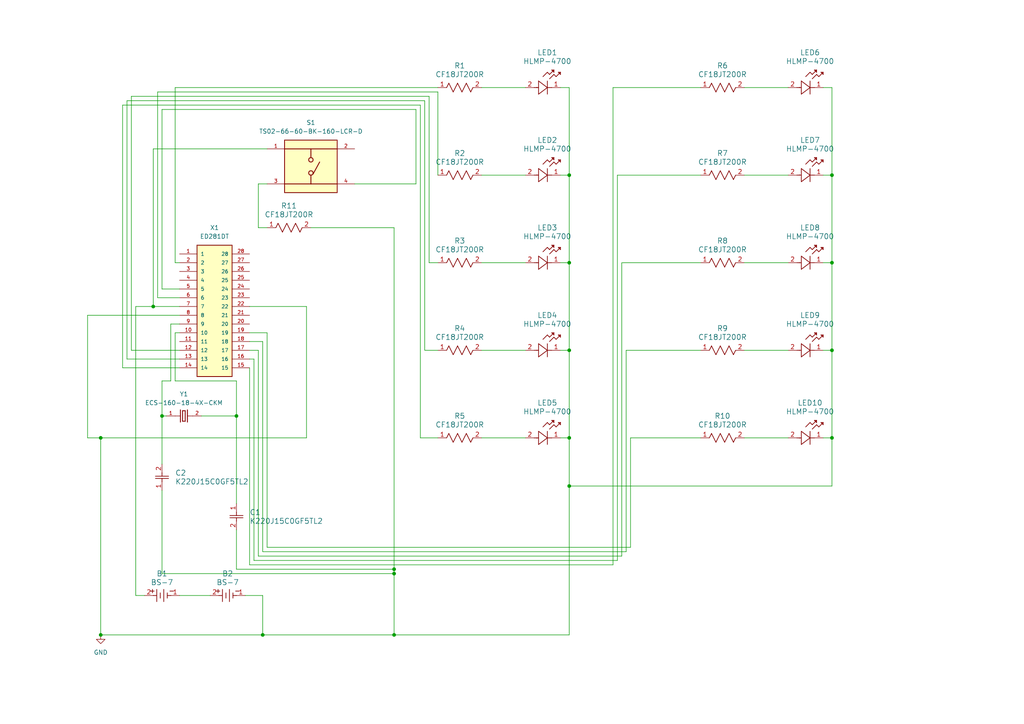
<source format=kicad_sch>
(kicad_sch (version 20230121) (generator eeschema)
  (paper "A4")
  (title_block (title "ATMegaSpin") (date "2023-11-15") (rev "1") (company "MushuDG-Electronic"))
  (lib_symbols
    (symbol "2023-11-14_15-01-25:HLMP-4700" (pin_names (offset 0.254))
      (property "Reference" "LED" (at 5.08 -4.445 0))
      (property "Value" "HLMP-4700" (at 5.08 -7.62 0))
      (symbol "HLMP-4700_1_1"
        (polyline (pts (xy 2.54 0) (xy 3.4798 0)) (stroke (width 0.2032)))
        (polyline (pts (xy 3.175 0) (xy 3.81 0)) (stroke (width 0.2032)))
        (polyline (pts (xy 3.81 -1.905) (xy 6.35 0)) (stroke (width 0.2032)))
        (polyline (pts (xy 3.81 1.905) (xy 3.81 -1.905)) (stroke (width 0.2032)))
        (polyline (pts (xy 5.08 3.175) (xy 6.35 4.445)) (stroke (width 0.2032)))
        (polyline (pts (xy 6.35 -1.905) (xy 6.35 1.905)) (stroke (width 0.2032)))
        (polyline (pts (xy 6.35 0) (xy 3.81 1.905)) (stroke (width 0.2032)))
        (polyline (pts (xy 6.35 0) (xy 7.62 0)) (stroke (width 0.2032)))
        (polyline (pts (xy 6.35 4.445) (xy 6.985 3.81)) (stroke (width 0.2032)))
        (polyline (pts (xy 6.985 2.54) (xy 8.255 3.81)) (stroke (width 0.2032)))
        (polyline (pts (xy 6.985 3.81) (xy 8.255 5.08)) (stroke (width 0.2032)))
        (polyline (pts (xy 7.62 5.08) (xy 8.255 4.445)) (stroke (width 0.2032)))
        (polyline (pts (xy 8.255 3.81) (xy 8.89 3.175)) (stroke (width 0.2032)))
        (polyline (pts (xy 8.255 4.445) (xy 8.255 5.08)) (stroke (width 0.2032)))
        (polyline (pts (xy 8.255 5.08) (xy 7.62 5.08)) (stroke (width 0.2032)))
        (polyline (pts (xy 8.89 3.175) (xy 10.16 4.445)) (stroke (width 0.2032)))
        (polyline (pts (xy 9.525 4.445) (xy 10.16 3.81)) (stroke (width 0.2032)))
        (polyline (pts (xy 10.16 3.81) (xy 10.16 4.445)) (stroke (width 0.2032)))
        (polyline (pts (xy 10.16 4.445) (xy 9.525 4.445)) (stroke (width 0.2032)))
        (pin unspecified line (at 10.16 0 180) (length 2.54) (name "") (number "1"))
        (pin unspecified line (at 0 0 0) (length 2.54) (name "") (number "2"))
      )
      (symbol "HLMP-4700_1_2"
        (polyline (pts (xy -5.08 7.62) (xy -4.445 8.255)) (stroke (width 0.2032)))
        (polyline (pts (xy -5.08 8.255) (xy -5.08 7.62)) (stroke (width 0.2032)))
        (polyline (pts (xy -4.445 6.35) (xy -3.81 6.985)) (stroke (width 0.2032)))
        (polyline (pts (xy -4.445 8.255) (xy -5.08 8.255)) (stroke (width 0.2032)))
        (polyline (pts (xy -4.445 9.525) (xy -3.81 10.16)) (stroke (width 0.2032)))
        (polyline (pts (xy -4.445 10.16) (xy -4.445 9.525)) (stroke (width 0.2032)))
        (polyline (pts (xy -3.81 6.985) (xy -5.08 8.255)) (stroke (width 0.2032)))
        (polyline (pts (xy -3.81 8.255) (xy -3.175 8.89)) (stroke (width 0.2032)))
        (polyline (pts (xy -3.81 10.16) (xy -4.445 10.16)) (stroke (width 0.2032)))
        (polyline (pts (xy -3.175 5.08) (xy -4.445 6.35)) (stroke (width 0.2032)))
        (polyline (pts (xy -3.175 8.89) (xy -4.445 10.16)) (stroke (width 0.2032)))
        (polyline (pts (xy -2.54 6.985) (xy -3.81 8.255)) (stroke (width 0.2032)))
        (polyline (pts (xy -1.905 3.81) (xy 1.905 3.81)) (stroke (width 0.2032)))
        (polyline (pts (xy 0 2.54) (xy 0 3.4798)) (stroke (width 0.2032)))
        (polyline (pts (xy 0 3.175) (xy 0 3.81)) (stroke (width 0.2032)))
        (polyline (pts (xy 0 6.35) (xy -1.905 3.81)) (stroke (width 0.2032)))
        (polyline (pts (xy 0 6.35) (xy 0 7.62)) (stroke (width 0.2032)))
        (polyline (pts (xy 1.905 3.81) (xy 0 6.35)) (stroke (width 0.2032)))
        (polyline (pts (xy 1.905 6.35) (xy -1.905 6.35)) (stroke (width 0.2032)))
        (pin unspecified line (at 0 10.16 270) (length 2.54) (name "") (number "1"))
        (pin unspecified line (at 0 0 90) (length 2.54) (name "") (number "2"))
      )
    )
    (symbol "BS_7:BS-7" (pin_names (offset 0.254))
      (property "Reference" "B" (at 4.826 3.81 0))
      (property "Value" "BS-7" (at 4.826 -3.81 0))
      (symbol "BS-7_0_1"
        (polyline (pts (xy 1.778 1.27) (xy 2.794 1.27)) (stroke (width 0.2032)))
        (polyline (pts (xy 2.286 0.762) (xy 2.286 1.778)) (stroke (width 0.2032)))
        (polyline (pts (xy 2.54 0) (xy 3.4798 0)) (stroke (width 0.2032)))
        (polyline (pts (xy 3.556 -1.778) (xy 3.556 1.778)) (stroke (width 0.2032)))
        (polyline (pts (xy 4.572 0.762) (xy 4.572 -0.762)) (stroke (width 0.2032)))
        (polyline (pts (xy 5.588 -1.778) (xy 5.588 1.778)) (stroke (width 0.2032)))
        (polyline (pts (xy 6.604 0) (xy 7.62 0)) (stroke (width 0.2032)))
        (polyline (pts (xy 6.604 0.762) (xy 6.604 -0.762)) (stroke (width 0.2032)))
        (polyline (pts (xy 7.366 1.27) (xy 8.382 1.27)) (stroke (width 0.2032)))
        (pin unspecified line (at 10.16 0 180) (length 2.54) (name "") (number "1"))
        (pin unspecified line (at 0 0 0) (length 2.54) (name "") (number "2"))
      )
    )
    (symbol "CF18JT200R:CF18JT200R" (pin_names (offset 0.254))
      (property "Reference" "R" (at 5.715 3.81 0))
      (property "Value" "CF18JT200R" (at 6.35 -3.81 0))
      (symbol "CF18JT200R_1_1"
        (polyline (pts (xy 2.54 0) (xy 3.175 1.27)) (stroke (width 0.2032)))
        (polyline (pts (xy 3.175 1.27) (xy 4.445 -1.27)) (stroke (width 0.2032)))
        (polyline (pts (xy 4.445 -1.27) (xy 5.715 1.27)) (stroke (width 0.2032)))
        (polyline (pts (xy 5.715 1.27) (xy 6.985 -1.27)) (stroke (width 0.2032)))
        (polyline (pts (xy 6.985 -1.27) (xy 8.255 1.27)) (stroke (width 0.2032)))
        (polyline (pts (xy 8.255 1.27) (xy 9.525 -1.27)) (stroke (width 0.2032)))
        (polyline (pts (xy 9.525 -1.27) (xy 10.16 0)) (stroke (width 0.2032)))
        (pin unspecified line (at 0 0 0) (length 2.54) (name "") (number "1"))
        (pin unspecified line (at 12.7 0 180) (length 2.54) (name "") (number "2"))
      )
      (symbol "CF18JT200R_1_2"
        (polyline (pts (xy -1.27 3.175) (xy 1.27 4.445)) (stroke (width 0.2032)))
        (polyline (pts (xy -1.27 5.715) (xy 1.27 6.985)) (stroke (width 0.2032)))
        (polyline (pts (xy -1.27 8.255) (xy 1.27 9.525)) (stroke (width 0.2032)))
        (polyline (pts (xy 0 2.54) (xy -1.27 3.175)) (stroke (width 0.2032)))
        (polyline (pts (xy 1.27 4.445) (xy -1.27 5.715)) (stroke (width 0.2032)))
        (polyline (pts (xy 1.27 6.985) (xy -1.27 8.255)) (stroke (width 0.2032)))
        (polyline (pts (xy 1.27 9.525) (xy 0 10.16)) (stroke (width 0.2032)))
        (pin unspecified line (at 0 12.7 270) (length 2.54) (name "") (number "1"))
        (pin unspecified line (at 0 0 90) (length 2.54) (name "") (number "2"))
      )
    )
    (symbol "ECS-160-18-4X-CKM:ECS-160-18-4X-CKM" (pin_names (offset 1.016))
      (property "Reference" "Y" (at -4.5769 2.2885 0))
      (property "Value" "ECS-160-18-4X-CKM" (at -4.323 -4.5773 0))
      (symbol "ECS-160-18-4X-CKM_0_0"
        (polyline (pts (xy -2.54 0) (xy -1.016 0)) (stroke (width 0.1524)))
        (polyline (pts (xy -1.016 1.778) (xy -1.016 -1.778)) (stroke (width 0.254)))
        (polyline (pts (xy -0.381 -1.524) (xy 0.381 -1.524)) (stroke (width 0.254)))
        (polyline (pts (xy -0.381 1.524) (xy -0.381 -1.524)) (stroke (width 0.254)))
        (polyline (pts (xy 0.381 -1.524) (xy 0.381 1.524)) (stroke (width 0.254)))
        (polyline (pts (xy 0.381 1.524) (xy -0.381 1.524)) (stroke (width 0.254)))
        (polyline (pts (xy 1.016 0) (xy 2.54 0)) (stroke (width 0.1524)))
        (polyline (pts (xy 1.016 1.778) (xy 1.016 -1.778)) (stroke (width 0.254)))
        (pin passive line (at -5.08 0 0) (length 2.54) (name "~") (number "1"))
        (pin passive line (at 5.08 0 180) (length 2.54) (name "~") (number "2"))
      )
    )
    (symbol "ED281DT:ED281DT" (pin_names (offset 1.016))
      (property "Reference" "X" (at -5.08 17.78 0))
      (property "Value" "ED281DT" (at -5.08 -22.86 0))
      (symbol "ED281DT_0_0"
        (rectangle (start -5.08 -20.32) (end 5.08 17.78) (stroke (width 0.254)) (fill (type background)))
        (pin passive line (at -10.16 15.24 0) (length 5.08) (name "1") (number "1"))
        (pin passive line (at -10.16 -7.62 0) (length 5.08) (name "10") (number "10"))
        (pin passive line (at -10.16 -10.16 0) (length 5.08) (name "11") (number "11"))
        (pin passive line (at -10.16 -12.7 0) (length 5.08) (name "12") (number "12"))
        (pin passive line (at -10.16 -15.24 0) (length 5.08) (name "13") (number "13"))
        (pin passive line (at -10.16 -17.78 0) (length 5.08) (name "14") (number "14"))
        (pin passive line (at 10.16 -17.78 180) (length 5.08) (name "15") (number "15"))
        (pin passive line (at 10.16 -15.24 180) (length 5.08) (name "16") (number "16"))
        (pin passive line (at 10.16 -12.7 180) (length 5.08) (name "17") (number "17"))
        (pin passive line (at 10.16 -10.16 180) (length 5.08) (name "18") (number "18"))
        (pin passive line (at 10.16 -7.62 180) (length 5.08) (name "19") (number "19"))
        (pin passive line (at -10.16 12.7 0) (length 5.08) (name "2") (number "2"))
        (pin passive line (at 10.16 -5.08 180) (length 5.08) (name "20") (number "20"))
        (pin passive line (at 10.16 -2.54 180) (length 5.08) (name "21") (number "21"))
        (pin passive line (at 10.16 0 180) (length 5.08) (name "22") (number "22"))
        (pin passive line (at 10.16 2.54 180) (length 5.08) (name "23") (number "23"))
        (pin passive line (at 10.16 5.08 180) (length 5.08) (name "24") (number "24"))
        (pin passive line (at 10.16 7.62 180) (length 5.08) (name "25") (number "25"))
        (pin passive line (at 10.16 10.16 180) (length 5.08) (name "26") (number "26"))
        (pin passive line (at 10.16 12.7 180) (length 5.08) (name "27") (number "27"))
        (pin passive line (at 10.16 15.24 180) (length 5.08) (name "28") (number "28"))
        (pin passive line (at -10.16 10.16 0) (length 5.08) (name "3") (number "3"))
        (pin passive line (at -10.16 7.62 0) (length 5.08) (name "4") (number "4"))
        (pin passive line (at -10.16 5.08 0) (length 5.08) (name "5") (number "5"))
        (pin passive line (at -10.16 2.54 0) (length 5.08) (name "6") (number "6"))
        (pin passive line (at -10.16 0 0) (length 5.08) (name "7") (number "7"))
        (pin passive line (at -10.16 -2.54 0) (length 5.08) (name "8") (number "8"))
        (pin passive line (at -10.16 -5.08 0) (length 5.08) (name "9") (number "9"))
      )
    )
    (symbol "K220J15C0GF5TL2:K220J15C0GF5TL2" (pin_names (offset 0.254))
      (property "Reference" "C" (at 3.81 3.81 0))
      (property "Value" "K220J15C0GF5TL2" (at 3.81 -3.81 0))
      (symbol "K220J15C0GF5TL2_1_1"
        (polyline (pts (xy 2.54 0) (xy 3.4798 0)) (stroke (width 0.2032)))
        (polyline (pts (xy 3.4798 -1.905) (xy 3.4798 1.905)) (stroke (width 0.2032)))
        (polyline (pts (xy 4.1148 -1.905) (xy 4.1148 1.905)) (stroke (width 0.2032)))
        (polyline (pts (xy 4.1148 0) (xy 5.08 0)) (stroke (width 0.2032)))
        (pin unspecified line (at 0 0 0) (length 2.54) (name "") (number "1"))
        (pin unspecified line (at 7.62 0 180) (length 2.54) (name "") (number "2"))
      )
      (symbol "K220J15C0GF5TL2_1_2"
        (polyline (pts (xy -1.905 -4.1148) (xy 1.905 -4.1148)) (stroke (width 0.2032)))
        (polyline (pts (xy -1.905 -3.4798) (xy 1.905 -3.4798)) (stroke (width 0.2032)))
        (polyline (pts (xy 0 -4.1148) (xy 0 -5.08)) (stroke (width 0.2032)))
        (polyline (pts (xy 0 -2.54) (xy 0 -3.4798)) (stroke (width 0.2032)))
        (pin unspecified line (at 0 0 270) (length 2.54) (name "") (number "1"))
        (pin unspecified line (at 0 -7.62 90) (length 2.54) (name "") (number "2"))
      )
    )
    (symbol "TS02-66-60-BK-160-LCR-D:TS02-66-60-BK-160-LCR-D" (pin_names (offset 1.016))
      (property "Reference" "S" (at -7.62 8.382 0))
      (property "Value" "TS02-66-60-BK-160-LCR-D" (at -7.62 -8.382 0))
      (symbol "TS02-66-60-BK-160-LCR-D_0_0"
        (rectangle (start -7.62 -7.62) (end 7.62 7.62) (stroke (width 0.254)) (fill (type background)))
        (circle (center 0 -1.905) (radius 0.635) (stroke (width 0.254)))
        (polyline (pts (xy 0 -5.08) (xy -7.62 -5.08)) (stroke (width 0.254)))
        (polyline (pts (xy 0 -5.08) (xy 7.62 -5.08)) (stroke (width 0.254)))
        (polyline (pts (xy 0 -2.54) (xy 0 -5.08)) (stroke (width 0.254)))
        (polyline (pts (xy 0 5.08) (xy -7.62 5.08)) (stroke (width 0.254)))
        (polyline (pts (xy 0 5.08) (xy 0 2.54)) (stroke (width 0.254)))
        (polyline (pts (xy 0 5.08) (xy 7.62 5.08)) (stroke (width 0.254)))
        (polyline (pts (xy 0.635 -2.2225) (xy 2.54 1.27)) (stroke (width 0.254)))
        (circle (center 0 1.905) (radius 0.635) (stroke (width 0.254)))
        (pin passive line (at -12.7 5.08 0) (length 5.08) (name "~") (number "1"))
        (pin passive line (at 12.7 5.08 180) (length 5.08) (name "~") (number "2"))
        (pin passive line (at -12.7 -5.08 0) (length 5.08) (name "~") (number "3"))
        (pin passive line (at 12.7 -5.08 180) (length 5.08) (name "~") (number "4"))
      )
    )
    (symbol "power:GND" (power) (pin_names (offset 0))
      (property "Value" "GND" (at 0 -3.81 0))
      (symbol "GND_0_1"
        (polyline (pts (xy 0 0) (xy 0 -1.27) (xy 1.27 -1.27) (xy 0 -2.54) (xy -1.27 -1.27) (xy 0 -1.27)))
      )
      (symbol "GND_1_1"
        (pin power_in line (at 0 0 270) (length 0) hide (name "GND") (number "1"))
      )
    )
  )
  (junction (at 114.3 166.37))
  (junction (at 165.1 140.97))
  (junction (at 29.21 127))
  (junction (at 241.3 101.6))
  (junction (at 114.3 165.1))
  (junction (at 76.2 184.15))
  (junction (at 114.3 184.15))
  (junction (at 241.3 50.8))
  (junction (at 241.3 76.2))
  (junction (at 165.1 101.6))
  (junction (at 165.1 50.8))
  (junction (at 46.99 120.65))
  (junction (at 29.21 184.15))
  (junction (at 241.3 127))
  (junction (at 165.1 76.2))
  (junction (at 68.58 120.65))
  (junction (at 44.45 88.9))
  (junction (at 165.1 127))
  (wire (pts (xy 73.66 162.56) (xy 179.07 162.56)))
  (wire (pts (xy 162.56 127) (xy 165.1 127)))
  (wire (pts (xy 238.76 50.8) (xy 241.3 50.8)))
  (wire (pts (xy 46.99 166.37) (xy 114.3 166.37)))
  (wire (pts (xy 48.26 120.65) (xy 46.99 120.65)))
  (wire (pts (xy 38.1 101.6) (xy 38.1 27.94)))
  (wire (pts (xy 76.2 99.06) (xy 76.2 160.02)))
  (wire (pts (xy 52.07 83.82) (xy 46.99 83.82)))
  (wire (pts (xy 45.72 26.67) (xy 45.72 86.36)))
  (wire (pts (xy 238.76 25.4) (xy 241.3 25.4)))
  (wire (pts (xy 139.7 25.4) (xy 152.4 25.4)))
  (wire (pts (xy 77.47 96.52) (xy 77.47 158.75)))
  (wire (pts (xy 182.88 158.75) (xy 182.88 127)))
  (wire (pts (xy 123.19 29.21) (xy 123.19 101.6)))
  (wire (pts (xy 139.7 101.6) (xy 152.4 101.6)))
  (wire (pts (xy 124.46 76.2) (xy 127 76.2)))
  (wire (pts (xy 52.07 93.98) (xy 49.53 93.98)))
  (wire (pts (xy 36.83 29.21) (xy 123.19 29.21)))
  (wire (pts (xy 74.93 53.34) (xy 74.93 66.04)))
  (wire (pts (xy 88.9 127) (xy 29.21 127)))
  (wire (pts (xy 29.21 127) (xy 29.21 184.15)))
  (wire (pts (xy 165.1 25.4) (xy 165.1 50.8)))
  (wire (pts (xy 114.3 165.1) (xy 114.3 166.37)))
  (wire (pts (xy 77.47 158.75) (xy 182.88 158.75)))
  (wire (pts (xy 124.46 27.94) (xy 124.46 76.2)))
  (wire (pts (xy 181.61 101.6) (xy 203.2 101.6)))
  (wire (pts (xy 165.1 50.8) (xy 165.1 76.2)))
  (wire (pts (xy 68.58 120.65) (xy 68.58 146.05)))
  (wire (pts (xy 76.2 172.72) (xy 76.2 184.15)))
  (wire (pts (xy 72.39 104.14) (xy 73.66 104.14)))
  (wire (pts (xy 182.88 127) (xy 203.2 127)))
  (wire (pts (xy 114.3 184.15) (xy 76.2 184.15)))
  (wire (pts (xy 180.34 76.2) (xy 203.2 76.2)))
  (wire (pts (xy 44.45 88.9) (xy 39.37 88.9)))
  (wire (pts (xy 72.39 99.06) (xy 76.2 99.06)))
  (wire (pts (xy 139.7 76.2) (xy 152.4 76.2)))
  (wire (pts (xy 215.9 25.4) (xy 228.6 25.4)))
  (wire (pts (xy 180.34 161.29) (xy 180.34 76.2)))
  (wire (pts (xy 165.1 127) (xy 165.1 101.6)))
  (wire (pts (xy 165.1 140.97) (xy 165.1 184.15)))
  (wire (pts (xy 241.3 127) (xy 241.3 140.97)))
  (wire (pts (xy 45.72 26.67) (xy 127 26.67)))
  (wire (pts (xy 46.99 110.49) (xy 46.99 120.65)))
  (wire (pts (xy 38.1 27.94) (xy 124.46 27.94)))
  (wire (pts (xy 25.4 127) (xy 25.4 91.44)))
  (wire (pts (xy 74.93 161.29) (xy 180.34 161.29)))
  (wire (pts (xy 29.21 127) (xy 25.4 127)))
  (wire (pts (xy 177.8 163.83) (xy 177.8 25.4)))
  (wire (pts (xy 139.7 127) (xy 152.4 127)))
  (wire (pts (xy 120.65 53.34) (xy 102.87 53.34)))
  (wire (pts (xy 46.99 142.24) (xy 46.99 166.37)))
  (wire (pts (xy 52.07 104.14) (xy 36.83 104.14)))
  (wire (pts (xy 215.9 127) (xy 228.6 127)))
  (wire (pts (xy 114.3 66.04) (xy 114.3 165.1)))
  (wire (pts (xy 50.8 96.52) (xy 50.8 110.49)))
  (wire (pts (xy 114.3 166.37) (xy 114.3 184.15)))
  (wire (pts (xy 121.92 30.48) (xy 121.92 127)))
  (wire (pts (xy 49.53 110.49) (xy 46.99 110.49)))
  (wire (pts (xy 44.45 88.9) (xy 44.45 43.18)))
  (wire (pts (xy 127 26.67) (xy 127 50.8)))
  (wire (pts (xy 162.56 101.6) (xy 165.1 101.6)))
  (wire (pts (xy 76.2 184.15) (xy 29.21 184.15)))
  (wire (pts (xy 58.42 120.65) (xy 68.58 120.65)))
  (wire (pts (xy 50.8 110.49) (xy 68.58 110.49)))
  (wire (pts (xy 179.07 50.8) (xy 203.2 50.8)))
  (wire (pts (xy 215.9 101.6) (xy 228.6 101.6)))
  (wire (pts (xy 35.56 106.68) (xy 35.56 30.48)))
  (wire (pts (xy 120.65 31.75) (xy 120.65 53.34)))
  (wire (pts (xy 238.76 101.6) (xy 241.3 101.6)))
  (wire (pts (xy 52.07 101.6) (xy 38.1 101.6)))
  (wire (pts (xy 25.4 91.44) (xy 52.07 91.44)))
  (wire (pts (xy 238.76 127) (xy 241.3 127)))
  (wire (pts (xy 46.99 120.65) (xy 46.99 134.62)))
  (wire (pts (xy 121.92 127) (xy 127 127)))
  (wire (pts (xy 72.39 96.52) (xy 77.47 96.52)))
  (wire (pts (xy 165.1 101.6) (xy 165.1 76.2)))
  (wire (pts (xy 44.45 43.18) (xy 77.47 43.18)))
  (wire (pts (xy 50.8 25.4) (xy 127 25.4)))
  (wire (pts (xy 52.07 172.72) (xy 60.96 172.72)))
  (wire (pts (xy 241.3 25.4) (xy 241.3 50.8)))
  (wire (pts (xy 71.12 172.72) (xy 76.2 172.72)))
  (wire (pts (xy 177.8 25.4) (xy 203.2 25.4)))
  (wire (pts (xy 241.3 50.8) (xy 241.3 76.2)))
  (wire (pts (xy 139.7 50.8) (xy 152.4 50.8)))
  (wire (pts (xy 52.07 88.9) (xy 44.45 88.9)))
  (wire (pts (xy 68.58 153.67) (xy 68.58 165.1)))
  (wire (pts (xy 72.39 101.6) (xy 74.93 101.6)))
  (wire (pts (xy 35.56 30.48) (xy 121.92 30.48)))
  (wire (pts (xy 74.93 101.6) (xy 74.93 161.29)))
  (wire (pts (xy 68.58 110.49) (xy 68.58 120.65)))
  (wire (pts (xy 68.58 165.1) (xy 114.3 165.1)))
  (wire (pts (xy 241.3 76.2) (xy 241.3 101.6)))
  (wire (pts (xy 77.47 53.34) (xy 74.93 53.34)))
  (wire (pts (xy 215.9 50.8) (xy 228.6 50.8)))
  (wire (pts (xy 90.17 66.04) (xy 114.3 66.04)))
  (wire (pts (xy 36.83 104.14) (xy 36.83 29.21)))
  (wire (pts (xy 52.07 106.68) (xy 35.56 106.68)))
  (wire (pts (xy 39.37 172.72) (xy 41.91 172.72)))
  (wire (pts (xy 162.56 25.4) (xy 165.1 25.4)))
  (wire (pts (xy 123.19 101.6) (xy 127 101.6)))
  (wire (pts (xy 76.2 160.02) (xy 181.61 160.02)))
  (wire (pts (xy 72.39 106.68) (xy 72.39 163.83)))
  (wire (pts (xy 162.56 76.2) (xy 165.1 76.2)))
  (wire (pts (xy 179.07 162.56) (xy 179.07 50.8)))
  (wire (pts (xy 52.07 86.36) (xy 45.72 86.36)))
  (wire (pts (xy 52.07 76.2) (xy 50.8 76.2)))
  (wire (pts (xy 72.39 88.9) (xy 88.9 88.9)))
  (wire (pts (xy 46.99 31.75) (xy 120.65 31.75)))
  (wire (pts (xy 181.61 160.02) (xy 181.61 101.6)))
  (wire (pts (xy 241.3 127) (xy 241.3 101.6)))
  (wire (pts (xy 49.53 93.98) (xy 49.53 110.49)))
  (wire (pts (xy 72.39 163.83) (xy 177.8 163.83)))
  (wire (pts (xy 165.1 184.15) (xy 114.3 184.15)))
  (wire (pts (xy 46.99 83.82) (xy 46.99 31.75)))
  (wire (pts (xy 162.56 50.8) (xy 165.1 50.8)))
  (wire (pts (xy 165.1 127) (xy 165.1 140.97)))
  (wire (pts (xy 50.8 25.4) (xy 50.8 76.2)))
  (wire (pts (xy 238.76 76.2) (xy 241.3 76.2)))
  (wire (pts (xy 52.07 96.52) (xy 50.8 96.52)))
  (wire (pts (xy 74.93 66.04) (xy 77.47 66.04)))
  (wire (pts (xy 165.1 140.97) (xy 241.3 140.97)))
  (wire (pts (xy 39.37 88.9) (xy 39.37 172.72)))
  (wire (pts (xy 88.9 88.9) (xy 88.9 127)))
  (wire (pts (xy 215.9 76.2) (xy 228.6 76.2)))
  (wire (pts (xy 73.66 104.14) (xy 73.66 162.56)))
  (symbol (lib_id "CF18JT200R:CF18JT200R") (at 203.2 127 0) (unit 1)
    (property "Reference" "R10" (at 209.55 120.65 0) (effects (font (size 1.524 1.524))))
    (property "Value" "CF18JT200R" (at 209.55 123.19 0) (effects (font (size 1.524 1.524))))
    (property "Footprint" "CF18JT200R:STA_CF18_STP" (effects hide))
    (property "Datasheet" "CF18JT200R" (effects hide))
  )
  (symbol (lib_id "2023-11-14_15-01-25:HLMP-4700") (at 152.4 50.8 0) (unit 1)
    (property "Reference" "LED2" (at 158.75 40.64 0) (effects (font (size 1.524 1.524))))
    (property "Value" "HLMP-4700" (at 158.75 43.18 0) (effects (font (size 1.524 1.524))))
    (property "Footprint" "HLMP_4700:LED_HLMP-47XX_BRA" (effects hide))
    (property "Datasheet" "HLMP-4700" (effects hide))
  )
  (symbol (lib_id "2023-11-14_15-01-25:HLMP-4700") (at 228.6 50.8 0) (unit 1)
    (property "Reference" "LED7" (at 234.95 40.64 0) (effects (font (size 1.524 1.524))))
    (property "Value" "HLMP-4700" (at 234.95 43.18 0) (effects (font (size 1.524 1.524))))
    (property "Footprint" "HLMP_4700:LED_HLMP-47XX_BRA" (effects hide))
    (property "Datasheet" "HLMP-4700" (effects hide))
  )
  (symbol (lib_id "2023-11-14_15-01-25:HLMP-4700") (at 152.4 127 0) (unit 1)
    (property "Reference" "LED5" (at 158.75 116.84 0) (effects (font (size 1.524 1.524))))
    (property "Value" "HLMP-4700" (at 158.75 119.38 0) (effects (font (size 1.524 1.524))))
    (property "Footprint" "HLMP_4700:LED_HLMP-47XX_BRA" (effects hide))
    (property "Datasheet" "HLMP-4700" (effects hide))
  )
  (symbol (lib_id "ED281DT:ED281DT") (at 62.23 88.9 0) (unit 1)
    (property "Reference" "X1" (at 62.23 66.04 0))
    (property "Value" "ED281DT" (at 62.23 68.58 0))
    (property "Footprint" "ED2181DT:OST_ED281DT" (effects hide))
    (property "PARTREV" "D" (effects hide))
    (property "MANUFACTURER" "ON-SHORE TECHNOLOGY,INC" (effects hide))
    (property "STANDARD" "Manufacturer Recommendations" (effects hide))
  )
  (symbol (lib_id "BS_7:BS-7") (at 60.96 172.72 0) (unit 1)
    (property "Reference" "B2" (at 66.04 166.37 0) (effects (font (size 1.524 1.524))))
    (property "Value" "BS-7" (at 66.04 168.91 0) (effects (font (size 1.524 1.524))))
    (property "Footprint" "BS_7:BS-7_MPD" (effects hide))
    (property "Datasheet" "BS-7" (effects hide))
  )
  (symbol (lib_id "power:GND") (at 29.21 184.15 0) (unit 1)
    (property "Reference" "#PWR01" (effects hide))
    (property "Value" "GND" (at 29.21 189.23 0))
  )
  (symbol (lib_id "K220J15C0GF5TL2:K220J15C0GF5TL2") (at 68.58 146.05 270) (unit 1)
    (property "Reference" "C1" (at 72.39 148.59 90) (effects (font (size 1.524 1.524)) (justify left)))
    (property "Value" "K220J15C0GF5TL2" (at 72.39 151.13 90) (effects (font (size 1.524 1.524)) (justify left)))
    (property "Footprint" "K220J15C0GF5TL2:CAP_K-SERIES_15-L2_VIS" (effects hide))
    (property "Datasheet" "K220J15C0GF5TL2" (effects hide))
  )
  (symbol (lib_id "CF18JT200R:CF18JT200R") (at 127 76.2 0) (unit 1)
    (property "Reference" "R3" (at 133.35 69.85 0) (effects (font (size 1.524 1.524))))
    (property "Value" "CF18JT200R" (at 133.35 72.39 0) (effects (font (size 1.524 1.524))))
    (property "Footprint" "CF18JT200R:STA_CF18_STP" (effects hide))
    (property "Datasheet" "CF18JT200R" (effects hide))
  )
  (symbol (lib_id "2023-11-14_15-01-25:HLMP-4700") (at 228.6 101.6 0) (unit 1)
    (property "Reference" "LED9" (at 234.95 91.44 0) (effects (font (size 1.524 1.524))))
    (property "Value" "HLMP-4700" (at 234.95 93.98 0) (effects (font (size 1.524 1.524))))
    (property "Footprint" "HLMP_4700:LED_HLMP-47XX_BRA" (effects hide))
    (property "Datasheet" "HLMP-4700" (effects hide))
  )
  (symbol (lib_id "2023-11-14_15-01-25:HLMP-4700") (at 152.4 25.4 0) (unit 1)
    (property "Reference" "LED1" (at 158.75 15.24 0) (effects (font (size 1.524 1.524))))
    (property "Value" "HLMP-4700" (at 158.75 17.78 0) (effects (font (size 1.524 1.524))))
    (property "Footprint" "HLMP_4700:LED_HLMP-47XX_BRA" (effects hide))
    (property "Datasheet" "HLMP-4700" (effects hide))
  )
  (symbol (lib_id "CF18JT200R:CF18JT200R") (at 127 25.4 0) (unit 1)
    (property "Reference" "R1" (at 133.35 19.05 0) (effects (font (size 1.524 1.524))))
    (property "Value" "CF18JT200R" (at 133.35 21.59 0) (effects (font (size 1.524 1.524))))
    (property "Footprint" "CF18JT200R:STA_CF18_STP" (effects hide))
    (property "Datasheet" "CF18JT200R" (effects hide))
  )
  (symbol (lib_id "CF18JT200R:CF18JT200R") (at 77.47 66.04 0) (unit 1)
    (property "Reference" "R11" (at 83.82 59.69 0) (effects (font (size 1.524 1.524))))
    (property "Value" "CF18JT200R" (at 83.82 62.23 0) (effects (font (size 1.524 1.524))))
    (property "Footprint" "CF18JT200R:STA_CF18_STP" (effects hide))
    (property "Datasheet" "CF18JT200R" (effects hide))
  )
  (symbol (lib_id "2023-11-14_15-01-25:HLMP-4700") (at 228.6 25.4 0) (unit 1)
    (property "Reference" "LED6" (at 234.95 15.24 0) (effects (font (size 1.524 1.524))))
    (property "Value" "HLMP-4700" (at 234.95 17.78 0) (effects (font (size 1.524 1.524))))
    (property "Footprint" "HLMP_4700:LED_HLMP-47XX_BRA" (effects hide))
    (property "Datasheet" "HLMP-4700" (effects hide))
  )
  (symbol (lib_id "BS_7:BS-7") (at 41.91 172.72 0) (unit 1)
    (property "Reference" "B1" (at 46.99 166.37 0) (effects (font (size 1.524 1.524))))
    (property "Value" "BS-7" (at 46.99 168.91 0) (effects (font (size 1.524 1.524))))
    (property "Footprint" "BS_7:BS-7_MPD" (effects hide))
    (property "Datasheet" "BS-7" (effects hide))
  )
  (symbol (lib_id "ECS-160-18-4X-CKM:ECS-160-18-4X-CKM") (at 53.34 120.65 0) (unit 1)
    (property "Reference" "Y1" (at 53.34 114.3 0))
    (property "Value" "ECS-160-18-4X-CKM" (at 53.34 116.84 0))
    (property "Footprint" "ECS_160_18_4X_CKM:XTAL_ECS-160-18-4X-CKM" (effects hide))
  )
  (symbol (lib_id "2023-11-14_15-01-25:HLMP-4700") (at 228.6 127 0) (unit 1)
    (property "Reference" "LED10" (at 234.95 116.84 0) (effects (font (size 1.524 1.524))))
    (property "Value" "HLMP-4700" (at 234.95 119.38 0) (effects (font (size 1.524 1.524))))
    (property "Footprint" "HLMP_4700:LED_HLMP-47XX_BRA" (effects hide))
    (property "Datasheet" "HLMP-4700" (effects hide))
  )
  (symbol (lib_id "2023-11-14_15-01-25:HLMP-4700") (at 152.4 101.6 0) (unit 1)
    (property "Reference" "LED4" (at 158.75 91.44 0) (effects (font (size 1.524 1.524))))
    (property "Value" "HLMP-4700" (at 158.75 93.98 0) (effects (font (size 1.524 1.524))))
    (property "Footprint" "HLMP_4700:LED_HLMP-47XX_BRA" (effects hide))
    (property "Datasheet" "HLMP-4700" (effects hide))
  )
  (symbol (lib_id "CF18JT200R:CF18JT200R") (at 203.2 25.4 0) (unit 1)
    (property "Reference" "R6" (at 209.55 19.05 0) (effects (font (size 1.524 1.524))))
    (property "Value" "CF18JT200R" (at 209.55 21.59 0) (effects (font (size 1.524 1.524))))
    (property "Footprint" "CF18JT200R:STA_CF18_STP" (effects hide))
    (property "Datasheet" "CF18JT200R" (effects hide))
  )
  (symbol (lib_id "2023-11-14_15-01-25:HLMP-4700") (at 228.6 76.2 0) (unit 1)
    (property "Reference" "LED8" (at 234.95 66.04 0) (effects (font (size 1.524 1.524))))
    (property "Value" "HLMP-4700" (at 234.95 68.58 0) (effects (font (size 1.524 1.524))))
    (property "Footprint" "HLMP_4700:LED_HLMP-47XX_BRA" (effects hide))
    (property "Datasheet" "HLMP-4700" (effects hide))
  )
  (symbol (lib_id "CF18JT200R:CF18JT200R") (at 127 101.6 0) (unit 1)
    (property "Reference" "R4" (at 133.35 95.25 0) (effects (font (size 1.524 1.524))))
    (property "Value" "CF18JT200R" (at 133.35 97.79 0) (effects (font (size 1.524 1.524))))
    (property "Footprint" "CF18JT200R:STA_CF18_STP" (effects hide))
    (property "Datasheet" "CF18JT200R" (effects hide))
  )
  (symbol (lib_id "CF18JT200R:CF18JT200R") (at 203.2 50.8 0) (unit 1)
    (property "Reference" "R7" (at 209.55 44.45 0) (effects (font (size 1.524 1.524))))
    (property "Value" "CF18JT200R" (at 209.55 46.99 0) (effects (font (size 1.524 1.524))))
    (property "Footprint" "CF18JT200R:STA_CF18_STP" (effects hide))
    (property "Datasheet" "CF18JT200R" (effects hide))
  )
  (symbol (lib_id "CF18JT200R:CF18JT200R") (at 203.2 101.6 0) (unit 1)
    (property "Reference" "R9" (at 209.55 95.25 0) (effects (font (size 1.524 1.524))))
    (property "Value" "CF18JT200R" (at 209.55 97.79 0) (effects (font (size 1.524 1.524))))
    (property "Footprint" "CF18JT200R:STA_CF18_STP" (effects hide))
    (property "Datasheet" "CF18JT200R" (effects hide))
  )
  (symbol (lib_id "CF18JT200R:CF18JT200R") (at 127 50.8 0) (unit 1)
    (property "Reference" "R2" (at 133.35 44.45 0) (effects (font (size 1.524 1.524))))
    (property "Value" "CF18JT200R" (at 133.35 46.99 0) (effects (font (size 1.524 1.524))))
    (property "Footprint" "CF18JT200R:STA_CF18_STP" (effects hide))
    (property "Datasheet" "CF18JT200R" (effects hide))
  )
  (symbol (lib_id "CF18JT200R:CF18JT200R") (at 127 127 0) (unit 1)
    (property "Reference" "R5" (at 133.35 120.65 0) (effects (font (size 1.524 1.524))))
    (property "Value" "CF18JT200R" (at 133.35 123.19 0) (effects (font (size 1.524 1.524))))
    (property "Footprint" "CF18JT200R:STA_CF18_STP" (effects hide))
    (property "Datasheet" "CF18JT200R" (effects hide))
  )
  (symbol (lib_id "K220J15C0GF5TL2:K220J15C0GF5TL2") (at 46.99 142.24 90) (unit 1)
    (property "Reference" "C2" (at 50.8 137.16 90) (effects (font (size 1.524 1.524)) (justify right)))
    (property "Value" "K220J15C0GF5TL2" (at 50.8 139.7 90) (effects (font (size 1.524 1.524)) (justify right)))
    (property "Footprint" "K220J15C0GF5TL2:CAP_K-SERIES_15-L2_VIS" (effects hide))
    (property "Datasheet" "K220J15C0GF5TL2" (effects hide))
  )
  (symbol (lib_id "2023-11-14_15-01-25:HLMP-4700") (at 152.4 76.2 0) (unit 1)
    (property "Reference" "LED3" (at 158.75 66.04 0) (effects (font (size 1.524 1.524))))
    (property "Value" "HLMP-4700" (at 158.75 68.58 0) (effects (font (size 1.524 1.524))))
    (property "Footprint" "HLMP_4700:LED_HLMP-47XX_BRA" (effects hide))
    (property "Datasheet" "HLMP-4700" (effects hide))
  )
  (symbol (lib_id "CF18JT200R:CF18JT200R") (at 203.2 76.2 0) (unit 1)
    (property "Reference" "R8" (at 209.55 69.85 0) (effects (font (size 1.524 1.524))))
    (property "Value" "CF18JT200R" (at 209.55 72.39 0) (effects (font (size 1.524 1.524))))
    (property "Footprint" "CF18JT200R:STA_CF18_STP" (effects hide))
    (property "Datasheet" "CF18JT200R" (effects hide))
  )
  (symbol (lib_id "TS02-66-60-BK-160-LCR-D:TS02-66-60-BK-160-LCR-D") (at 90.17 48.26 0) (unit 1)
    (property "Reference" "S1" (at 90.17 35.56 0))
    (property "Value" "TS02-66-60-BK-160-LCR-D" (at 90.17 38.1 0))
    (property "Footprint" "TS02:SW_TS02-66-60-BK-160-LCR-D" (effects hide))
    (property "PARTREV" "1.0" (effects hide))
    (property "MANUFACTURER" "CUI Devices" (effects hide))
    (property "STANDARD" "Manufacturer Recommendations" (effects hide))
  )
)
</source>
